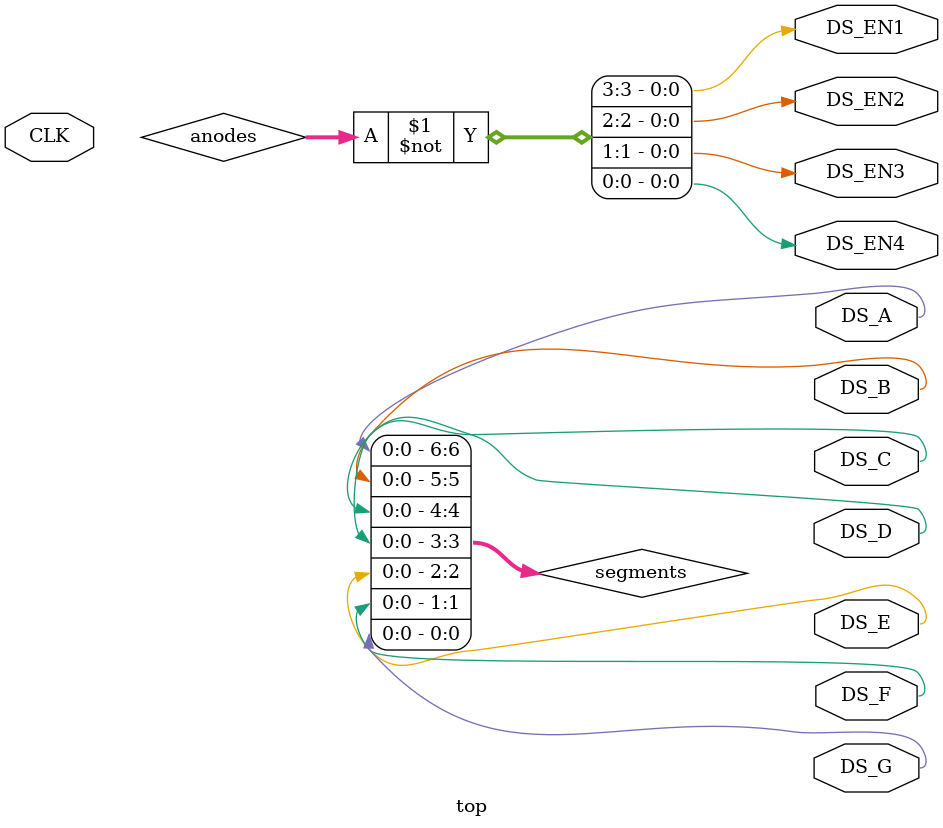
<source format=v>
module top(
    input CLK,

    output DS_EN1, DS_EN2, DS_EN3, DS_EN4,
    output DS_A, DS_B, DS_C, DS_D, DS_E, DS_F, DS_G
);

wire [3:0]anodes;
assign {DS_EN1, DS_EN2, DS_EN3, DS_EN4} = ~anodes;

wire [6:0]segments;
assign {DS_A, DS_B, DS_C, DS_D, DS_E, DS_F, DS_G} = segments;

wire [15:0]data; /* Data bus */
wire clk1, clk2; /* Clocks */

/*
*   Instantiate hex display driver, 16-bit counter and two clock dividers here
*/

endmodule

</source>
